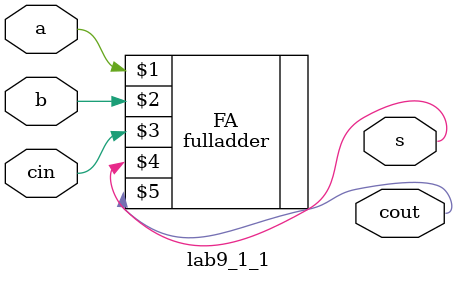
<source format=v>
`timescale 1ns / 1ps


module lab9_1_1(
    input a,
    input b,
    input cin,
    output s,
    output cout
    );
    fulladder #(1, 3, 3) FA(a, b, cin, s, cout);
endmodule

</source>
